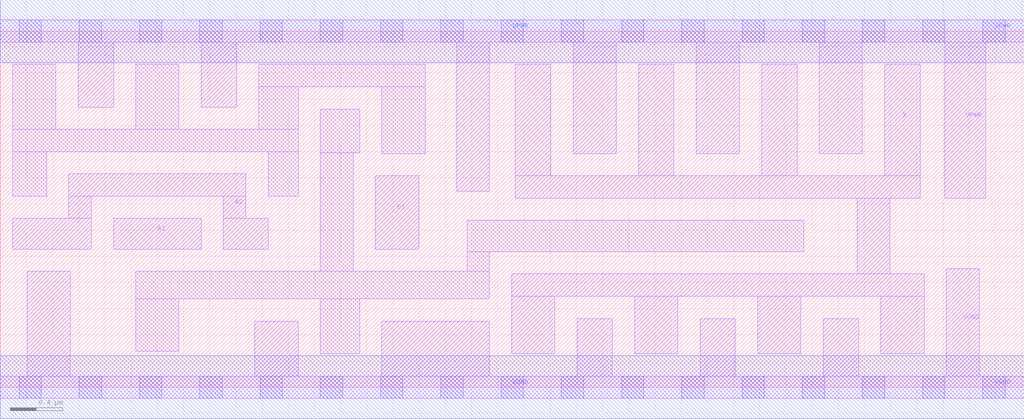
<source format=lef>
# Copyright 2020 The SkyWater PDK Authors
#
# Licensed under the Apache License, Version 2.0 (the "License");
# you may not use this file except in compliance with the License.
# You may obtain a copy of the License at
#
#     https://www.apache.org/licenses/LICENSE-2.0
#
# Unless required by applicable law or agreed to in writing, software
# distributed under the License is distributed on an "AS IS" BASIS,
# WITHOUT WARRANTIES OR CONDITIONS OF ANY KIND, either express or implied.
# See the License for the specific language governing permissions and
# limitations under the License.
#
# SPDX-License-Identifier: Apache-2.0

VERSION 5.7 ;
  NAMESCASESENSITIVE ON ;
  NOWIREEXTENSIONATPIN ON ;
  DIVIDERCHAR "/" ;
  BUSBITCHARS "[]" ;
UNITS
  DATABASE MICRONS 200 ;
END UNITS
PROPERTYDEFINITIONS
  MACRO maskLayoutSubType STRING ;
  MACRO prCellType STRING ;
  MACRO originalViewName STRING ;
END PROPERTYDEFINITIONS
MACRO sky130_fd_sc_hdll__a21o_8
  CLASS CORE ;
  FOREIGN sky130_fd_sc_hdll__a21o_8 ;
  ORIGIN  0.000000  0.000000 ;
  SIZE  7.820000 BY  2.720000 ;
  SYMMETRY X Y R90 ;
  SITE unithd ;
  PIN A1
    ANTENNAGATEAREA  0.555000 ;
    DIRECTION INPUT ;
    USE SIGNAL ;
    PORT
      LAYER li1 ;
        RECT 0.865000 1.055000 1.535000 1.290000 ;
    END
  END A1
  PIN A2
    ANTENNAGATEAREA  0.555000 ;
    DIRECTION INPUT ;
    USE SIGNAL ;
    PORT
      LAYER li1 ;
        RECT 0.095000 1.055000 0.695000 1.290000 ;
        RECT 0.525000 1.290000 0.695000 1.460000 ;
        RECT 0.525000 1.460000 1.875000 1.630000 ;
        RECT 1.705000 1.055000 2.045000 1.290000 ;
        RECT 1.705000 1.290000 1.875000 1.460000 ;
    END
  END A2
  PIN B1
    ANTENNAGATEAREA  0.555000 ;
    DIRECTION INPUT ;
    USE SIGNAL ;
    PORT
      LAYER li1 ;
        RECT 2.865000 1.055000 3.195000 1.615000 ;
    END
  END B1
  PIN X
    ANTENNADIFFAREA  1.862000 ;
    DIRECTION OUTPUT ;
    USE SIGNAL ;
    PORT
      LAYER li1 ;
        RECT 3.905000 0.255000 4.235000 0.695000 ;
        RECT 3.905000 0.695000 7.055000 0.865000 ;
        RECT 3.935000 1.445000 7.025000 1.615000 ;
        RECT 3.935000 1.615000 4.205000 2.465000 ;
        RECT 4.845000 0.255000 5.175000 0.695000 ;
        RECT 4.875000 1.615000 5.145000 2.465000 ;
        RECT 5.785000 0.255000 6.115000 0.695000 ;
        RECT 5.815000 1.615000 6.085000 2.465000 ;
        RECT 6.545000 0.865000 6.795000 1.445000 ;
        RECT 6.725000 0.255000 7.055000 0.695000 ;
        RECT 6.755000 1.615000 7.025000 2.465000 ;
    END
  END X
  PIN VGND
    DIRECTION INOUT ;
    USE GROUND ;
    PORT
      LAYER li1 ;
        RECT 0.000000 -0.085000 7.820000 0.085000 ;
        RECT 0.205000  0.085000 0.535000 0.885000 ;
        RECT 1.945000  0.085000 2.275000 0.505000 ;
        RECT 2.915000  0.085000 3.735000 0.505000 ;
        RECT 4.405000  0.085000 4.675000 0.525000 ;
        RECT 5.345000  0.085000 5.615000 0.525000 ;
        RECT 6.285000  0.085000 6.555000 0.525000 ;
        RECT 7.225000  0.085000 7.475000 0.905000 ;
      LAYER mcon ;
        RECT 0.145000 -0.085000 0.315000 0.085000 ;
        RECT 0.605000 -0.085000 0.775000 0.085000 ;
        RECT 1.065000 -0.085000 1.235000 0.085000 ;
        RECT 1.525000 -0.085000 1.695000 0.085000 ;
        RECT 1.985000 -0.085000 2.155000 0.085000 ;
        RECT 2.445000 -0.085000 2.615000 0.085000 ;
        RECT 2.905000 -0.085000 3.075000 0.085000 ;
        RECT 3.365000 -0.085000 3.535000 0.085000 ;
        RECT 3.825000 -0.085000 3.995000 0.085000 ;
        RECT 4.285000 -0.085000 4.455000 0.085000 ;
        RECT 4.745000 -0.085000 4.915000 0.085000 ;
        RECT 5.205000 -0.085000 5.375000 0.085000 ;
        RECT 5.665000 -0.085000 5.835000 0.085000 ;
        RECT 6.125000 -0.085000 6.295000 0.085000 ;
        RECT 6.585000 -0.085000 6.755000 0.085000 ;
        RECT 7.045000 -0.085000 7.215000 0.085000 ;
        RECT 7.505000 -0.085000 7.675000 0.085000 ;
      LAYER met1 ;
        RECT 0.000000 -0.240000 7.820000 0.240000 ;
    END
  END VGND
  PIN VPWR
    DIRECTION INOUT ;
    USE POWER ;
    PORT
      LAYER li1 ;
        RECT 0.000000 2.635000 7.820000 2.805000 ;
        RECT 0.595000 2.140000 0.865000 2.635000 ;
        RECT 1.535000 2.140000 1.805000 2.635000 ;
        RECT 3.485000 1.495000 3.735000 2.635000 ;
        RECT 4.375000 1.785000 4.705000 2.635000 ;
        RECT 5.315000 1.785000 5.645000 2.635000 ;
        RECT 6.255000 1.785000 6.585000 2.635000 ;
        RECT 7.215000 1.445000 7.525000 2.635000 ;
      LAYER mcon ;
        RECT 0.145000 2.635000 0.315000 2.805000 ;
        RECT 0.605000 2.635000 0.775000 2.805000 ;
        RECT 1.065000 2.635000 1.235000 2.805000 ;
        RECT 1.525000 2.635000 1.695000 2.805000 ;
        RECT 1.985000 2.635000 2.155000 2.805000 ;
        RECT 2.445000 2.635000 2.615000 2.805000 ;
        RECT 2.905000 2.635000 3.075000 2.805000 ;
        RECT 3.365000 2.635000 3.535000 2.805000 ;
        RECT 3.825000 2.635000 3.995000 2.805000 ;
        RECT 4.285000 2.635000 4.455000 2.805000 ;
        RECT 4.745000 2.635000 4.915000 2.805000 ;
        RECT 5.205000 2.635000 5.375000 2.805000 ;
        RECT 5.665000 2.635000 5.835000 2.805000 ;
        RECT 6.125000 2.635000 6.295000 2.805000 ;
        RECT 6.585000 2.635000 6.755000 2.805000 ;
        RECT 7.045000 2.635000 7.215000 2.805000 ;
        RECT 7.505000 2.635000 7.675000 2.805000 ;
      LAYER met1 ;
        RECT 0.000000 2.480000 7.820000 2.960000 ;
    END
  END VPWR
  OBS
    LAYER li1 ;
      RECT 0.095000 1.460000 0.355000 1.800000 ;
      RECT 0.095000 1.800000 2.275000 1.970000 ;
      RECT 0.095000 1.970000 0.425000 2.465000 ;
      RECT 1.035000 0.275000 1.365000 0.675000 ;
      RECT 1.035000 0.675000 3.735000 0.885000 ;
      RECT 1.035000 1.970000 1.365000 2.465000 ;
      RECT 1.975000 1.970000 2.275000 2.295000 ;
      RECT 1.975000 2.295000 3.245000 2.465000 ;
      RECT 2.045000 1.460000 2.275000 1.800000 ;
      RECT 2.445000 0.255000 2.745000 0.675000 ;
      RECT 2.445000 0.885000 2.695000 1.790000 ;
      RECT 2.445000 1.790000 2.745000 2.125000 ;
      RECT 2.915000 1.785000 3.245000 2.295000 ;
      RECT 3.565000 0.885000 3.735000 1.035000 ;
      RECT 3.565000 1.035000 6.135000 1.275000 ;
  END
  PROPERTY maskLayoutSubType "abstract" ;
  PROPERTY prCellType "standard" ;
  PROPERTY originalViewName "layout" ;
END sky130_fd_sc_hdll__a21o_8

</source>
